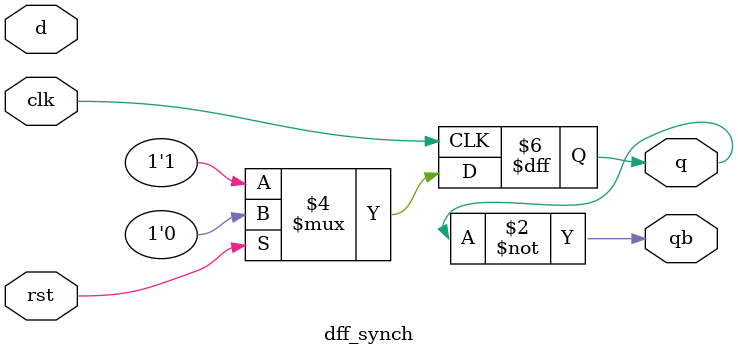
<source format=v>
module dff_synch(clk,rst,d,q,qb);
input clk,rst,d;
output reg q;
output qb;
always@(posedge clk)
begin
if(rst)
   q=1'b0;
else
   q=1'b1;
end
assign qb=~q;
endmodule

</source>
